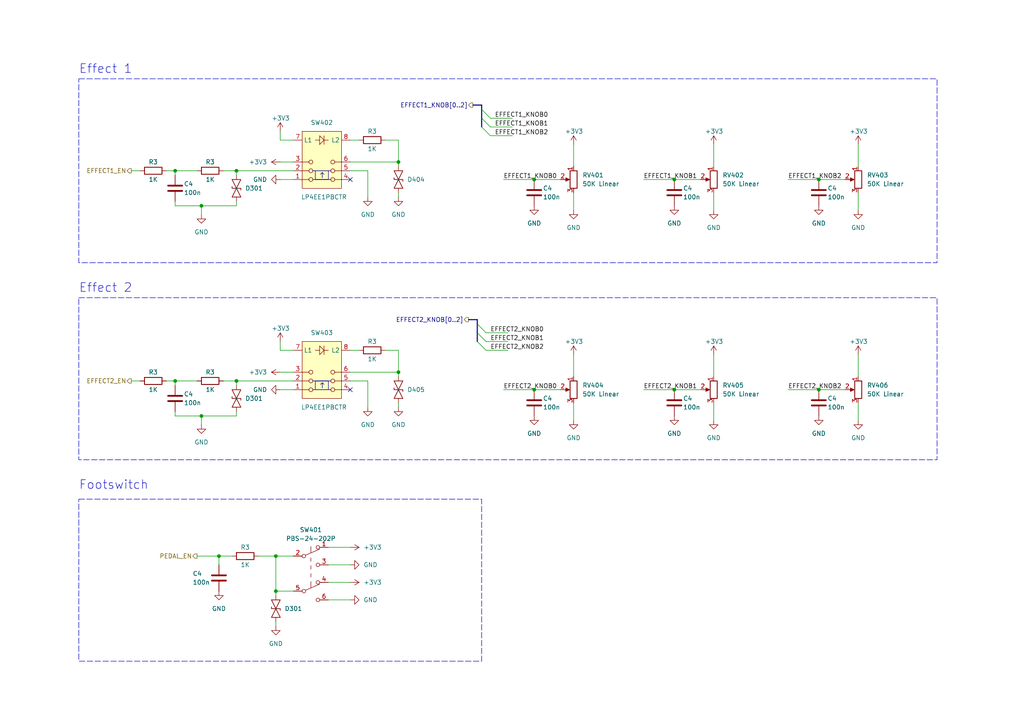
<source format=kicad_sch>
(kicad_sch (version 20230121) (generator eeschema)
  (paper "A4")
  (lib_symbols
    (symbol "Device:C" (pin_numbers hide) (pin_names (offset 0.254))
      (property "Reference" "C" (at 0.635 2.54 0))
      (property "Value" "C" (at 0.635 -2.54 0))
      (symbol "C_0_1"
        (polyline (pts (xy -2.032 -0.762) (xy 2.032 -0.762)) (stroke (width 0.508)))
        (polyline (pts (xy -2.032 0.762) (xy 2.032 0.762)) (stroke (width 0.508)))
      )
      (symbol "C_1_1"
        (pin passive line (at 0 3.81 270) (length 2.794) (name "~") (number "1"))
        (pin passive line (at 0 -3.81 90) (length 2.794) (name "~") (number "2"))
      )
    )
    (symbol "Device:R" (pin_numbers hide) (pin_names (offset 0))
      (property "Reference" "R" (at 2.032 0 90))
      (property "Value" "R" (at 0 0 90))
      (symbol "R_0_1"
        (rectangle (start -1.016 -2.54) (end 1.016 2.54) (stroke (width 0.254)))
      )
      (symbol "R_1_1"
        (pin passive line (at 0 3.81 270) (length 1.27) (name "~") (number "1"))
        (pin passive line (at 0 -3.81 90) (length 1.27) (name "~") (number "2"))
      )
    )
    (symbol "Device:R_Potentiometer" (pin_names (offset 1.016) hide)
      (property "Reference" "RV" (at -4.445 0 90))
      (property "Value" "R_Potentiometer" (at -2.54 0 90))
      (symbol "R_Potentiometer_0_1"
        (polyline (pts (xy 2.54 0) (xy 1.524 0)))
        (polyline (pts (xy 1.143 0) (xy 2.286 0.508) (xy 2.286 -0.508) (xy 1.143 0)) (fill (type outline)))
        (rectangle (start 1.016 2.54) (end -1.016 -2.54) (stroke (width 0.254)))
      )
      (symbol "R_Potentiometer_1_1"
        (pin passive line (at 0 3.81 270) (length 1.27) (name "1") (number "1"))
        (pin passive line (at 3.81 0 180) (length 1.27) (name "2") (number "2"))
        (pin passive line (at 0 -3.81 90) (length 1.27) (name "3") (number "3"))
      )
    )
    (symbol "Switch:SW_Push_DPDT" (pin_names (offset 0) hide)
      (property "Reference" "SW" (at 0 8.89 0))
      (property "Value" "SW_Push_DPDT" (at 0 -10.16 0))
      (symbol "SW_Push_DPDT_0_0"
        (circle (center -2.032 -5.08) (radius 0.508))
        (circle (center -2.032 5.08) (radius 0.508))
        (circle (center 2.032 -7.62) (radius 0.508))
        (circle (center 2.032 2.54) (radius 0.508))
      )
      (symbol "SW_Push_DPDT_0_1"
        (polyline (pts (xy -1.524 -4.826) (xy 2.54 -3.048)))
        (polyline (pts (xy -1.524 5.334) (xy 2.54 7.112)))
        (polyline (pts (xy 0 -2.286) (xy 0 -4.064)))
        (polyline (pts (xy 0 -1.016) (xy 0 0)))
        (polyline (pts (xy 0 1.27) (xy 0 2.286)))
        (polyline (pts (xy 0 3.556) (xy 0 4.572)))
        (polyline (pts (xy 0 7.874) (xy 0 6.096)))
        (circle (center 2.032 -2.54) (radius 0.508))
        (circle (center 2.032 7.62) (radius 0.508))
      )
      (symbol "SW_Push_DPDT_1_1"
        (pin passive line (at 5.08 7.62 180) (length 2.54) (name "A") (number "1"))
        (pin passive line (at -5.08 5.08 0) (length 2.54) (name "B") (number "2"))
        (pin passive line (at 5.08 2.54 180) (length 2.54) (name "C") (number "3"))
        (pin passive line (at 5.08 -2.54 180) (length 2.54) (name "A") (number "4"))
        (pin passive line (at -5.08 -5.08 0) (length 2.54) (name "B") (number "5"))
        (pin passive line (at 5.08 -7.62 180) (length 2.54) (name "C") (number "6"))
      )
    )
    (symbol "pedal-components:LP4EE1PBCTR"
      (property "Reference" "SW" (at 11.43 6.35 0))
      (symbol "LP4EE1PBCTR_0_0"
        (pin passive line (at -5.08 8.89 270) (length 2.54) (name "") (number "1"))
        (pin passive line (at -2.54 8.89 270) (length 2.54) (name "") (number "2"))
        (pin passive line (at 0 8.89 270) (length 2.54) (name "") (number "3"))
        (pin passive line (at -5.08 -7.62 90) (length 2.54) (name "") (number "4"))
        (pin passive line (at -2.54 -7.62 90) (length 2.54) (name "") (number "5"))
        (pin passive line (at 0 -7.62 90) (length 2.54) (name "") (number "6"))
        (pin passive line (at 6.35 -7.62 90) (length 2.54) (name "L2") (number "8"))
      )
      (symbol "LP4EE1PBCTR_0_1"
        (circle (center -5.08 -2.54) (radius 0.568))
        (circle (center -5.08 3.81) (radius 0.568))
        (circle (center -2.54 -2.54) (radius 0.568))
        (circle (center -2.54 3.81) (radius 0.568))
        (circle (center 0 -2.54) (radius 0.568))
        (polyline (pts (xy -5.08 -3.048) (xy -5.08 -5.08)))
        (polyline (pts (xy -5.08 4.318) (xy -5.08 6.35)))
        (polyline (pts (xy -2.54 -3.048) (xy -2.54 -5.08)))
        (polyline (pts (xy -2.54 4.318) (xy -2.54 6.35)))
        (polyline (pts (xy 0 -3.048) (xy 0 -5.08)))
        (polyline (pts (xy 0 4.318) (xy 0 6.35)))
        (polyline (pts (xy 5.08 0) (xy 7.62 0)))
        (polyline (pts (xy 6.35 0) (xy 6.35 -1.27)))
        (polyline (pts (xy 6.35 2.54) (xy 6.35 1.27)))
        (polyline (pts (xy 5.08 1.27) (xy 6.35 0) (xy 7.62 1.27) (xy 5.08 1.27)))
        (circle (center 0 3.81) (radius 0.568))
      )
      (symbol "LP4EE1PBCTR_1_0"
        (pin passive line (at 6.35 8.89 270) (length 2.54) (name "L1") (number "7"))
      )
      (symbol "LP4EE1PBCTR_1_1"
        (rectangle (start -7.62 6.35) (end 8.89 -5.08) (fill (type background)))
        (rectangle (start -5.08 2.54) (end -2.54 -1.27) (stroke (width 0) (color 0 0 194 1)))
        (polyline (pts (xy -5.08 3.302) (xy -5.08 -2.032)) (stroke (width 0) (color 0 0 132 1)))
        (polyline (pts (xy -3.048 0.508) (xy -3.556 1.016)) (stroke (width 0) (color 0 0 132 1)))
        (polyline (pts (xy -2.54 3.302) (xy -2.54 -2.032)) (stroke (width 0) (color 0 0 132 1)))
        (polyline (pts (xy -4.572 0.508) (xy -3.048 0.508) (xy -3.556 0)) (stroke (width 0) (color 0 0 132 1)))
      )
    )
    (symbol "pedal-components:PESD3V3L1BA"
      (property "Reference" "D" (at -1.27 2.54 0))
      (symbol "PESD3V3L1BA_0_1"
        (polyline (pts (xy -2.54 0) (xy -3.81 0)))
        (polyline (pts (xy 2.54 0) (xy 3.81 0)))
        (polyline (pts (xy -2.54 -1.27) (xy 0 0) (xy -2.54 1.27) (xy -2.54 -1.27)) (stroke (width 0.2032)))
        (polyline (pts (xy 0.508 1.27) (xy 0 1.27) (xy 0 -1.27) (xy -0.508 -1.27)) (stroke (width 0.2032)))
        (polyline (pts (xy 2.54 1.27) (xy 2.54 -1.27) (xy 0 0) (xy 2.54 1.27)) (stroke (width 0.2032)))
      )
      (symbol "PESD3V3L1BA_1_1"
        (pin passive line (at -3.81 0 0) (length 2.54) hide (name "A1") (number "1"))
        (pin passive line (at 3.81 0 180) (length 2.54) hide (name "A2") (number "2"))
      )
    )
    (symbol "power:+3V3" (power) (pin_names (offset 0))
      (property "Value" "+3V3" (at 0 3.556 0))
      (symbol "+3V3_0_1"
        (polyline (pts (xy -0.762 1.27) (xy 0 2.54)))
        (polyline (pts (xy 0 0) (xy 0 2.54)))
        (polyline (pts (xy 0 2.54) (xy 0.762 1.27)))
      )
      (symbol "+3V3_1_1"
        (pin power_in line (at 0 0 90) (length 0) hide (name "+3V3") (number "1"))
      )
    )
    (symbol "power:GND" (power) (pin_names (offset 0))
      (property "Value" "GND" (at 0 -3.81 0))
      (symbol "GND_0_1"
        (polyline (pts (xy 0 0) (xy 0 -1.27) (xy 1.27 -1.27) (xy 0 -2.54) (xy -1.27 -1.27) (xy 0 -1.27)))
      )
      (symbol "GND_1_1"
        (pin power_in line (at 0 0 270) (length 0) hide (name "GND") (number "1"))
      )
    )
  )
  (junction (at 154.94 113.03))
  (junction (at 50.8 49.53))
  (junction (at 68.58 49.53))
  (junction (at 115.57 46.99))
  (junction (at 63.5 161.29))
  (junction (at 58.42 59.69))
  (junction (at 195.58 52.07))
  (junction (at 80.01 171.45))
  (junction (at 80.01 161.29))
  (junction (at 58.42 120.65))
  (junction (at 50.8 110.49))
  (junction (at 115.57 107.95))
  (junction (at 195.58 113.03))
  (junction (at 154.94 52.07))
  (junction (at 237.49 52.07))
  (junction (at 237.49 113.03))
  (junction (at 68.58 110.49))
  (no_connect (at 101.6 113.03))
  (no_connect (at 101.6 52.07))
  (bus_entry (at 138.43 99.06) (size 2.54 2.54))
  (bus_entry (at 139.7 36.83) (size 2.54 2.54))
  (bus_entry (at 139.7 31.75) (size 2.54 2.54))
  (bus_entry (at 138.43 96.52) (size 2.54 2.54))
  (bus_entry (at 139.7 34.29) (size 2.54 2.54))
  (bus_entry (at 138.43 93.98) (size 2.54 2.54))
  (wire (pts (xy 248.92 41.91) (xy 248.92 48.26)))
  (wire (pts (xy 58.42 62.23) (xy 58.42 59.69)))
  (wire (pts (xy 80.01 172.72) (xy 80.01 171.45)))
  (wire (pts (xy 140.97 99.06) (xy 147.32 99.06)))
  (wire (pts (xy 58.42 59.69) (xy 68.58 59.69)))
  (wire (pts (xy 85.09 171.45) (xy 80.01 171.45)))
  (wire (pts (xy 166.37 116.84) (xy 166.37 121.92)))
  (wire (pts (xy 50.8 49.53) (xy 50.8 50.8)))
  (bus (pts (xy 139.7 30.48) (xy 139.7 31.75)))
  (wire (pts (xy 106.68 110.49) (xy 101.6 110.49)))
  (wire (pts (xy 186.69 113.03) (xy 195.58 113.03)))
  (wire (pts (xy 101.6 101.6) (xy 104.14 101.6)))
  (wire (pts (xy 68.58 119.38) (xy 68.58 120.65)))
  (wire (pts (xy 80.01 180.34) (xy 80.01 181.61)))
  (wire (pts (xy 68.58 110.49) (xy 85.09 110.49)))
  (wire (pts (xy 63.5 161.29) (xy 67.31 161.29)))
  (wire (pts (xy 237.49 52.07) (xy 245.11 52.07)))
  (wire (pts (xy 80.01 161.29) (xy 85.09 161.29)))
  (wire (pts (xy 146.05 52.07) (xy 154.94 52.07)))
  (wire (pts (xy 68.58 120.65) (xy 58.42 120.65)))
  (wire (pts (xy 146.05 113.03) (xy 154.94 113.03)))
  (wire (pts (xy 81.28 107.95) (xy 85.09 107.95)))
  (wire (pts (xy 81.28 52.07) (xy 85.09 52.07)))
  (wire (pts (xy 207.01 55.88) (xy 207.01 60.96)))
  (wire (pts (xy 101.6 107.95) (xy 115.57 107.95)))
  (wire (pts (xy 81.28 101.6) (xy 81.28 99.06)))
  (wire (pts (xy 85.09 101.6) (xy 81.28 101.6)))
  (bus (pts (xy 139.7 31.75) (xy 139.7 34.29)))
  (wire (pts (xy 140.97 96.52) (xy 147.32 96.52)))
  (wire (pts (xy 80.01 171.45) (xy 80.01 161.29)))
  (wire (pts (xy 50.8 58.42) (xy 50.8 59.69)))
  (wire (pts (xy 186.69 52.07) (xy 195.58 52.07)))
  (wire (pts (xy 207.01 116.84) (xy 207.01 121.92)))
  (wire (pts (xy 228.6 52.07) (xy 237.49 52.07)))
  (wire (pts (xy 106.68 57.15) (xy 106.68 49.53)))
  (wire (pts (xy 142.24 36.83) (xy 148.59 36.83)))
  (wire (pts (xy 248.92 55.88) (xy 248.92 60.96)))
  (wire (pts (xy 101.6 168.91) (xy 95.25 168.91)))
  (wire (pts (xy 166.37 102.87) (xy 166.37 109.22)))
  (bus (pts (xy 138.43 92.71) (xy 138.43 93.98)))
  (bus (pts (xy 138.43 96.52) (xy 138.43 99.06)))
  (wire (pts (xy 115.57 48.26) (xy 115.57 46.99)))
  (wire (pts (xy 195.58 52.07) (xy 203.2 52.07)))
  (wire (pts (xy 115.57 109.22) (xy 115.57 107.95)))
  (wire (pts (xy 63.5 161.29) (xy 63.5 163.83)))
  (wire (pts (xy 68.58 49.53) (xy 68.58 50.8)))
  (wire (pts (xy 101.6 40.64) (xy 104.14 40.64)))
  (wire (pts (xy 50.8 59.69) (xy 58.42 59.69)))
  (wire (pts (xy 38.1 110.49) (xy 40.64 110.49)))
  (wire (pts (xy 115.57 118.11) (xy 115.57 116.84)))
  (wire (pts (xy 50.8 120.65) (xy 58.42 120.65)))
  (wire (pts (xy 81.28 40.64) (xy 81.28 38.1)))
  (wire (pts (xy 68.58 49.53) (xy 85.09 49.53)))
  (wire (pts (xy 228.6 113.03) (xy 237.49 113.03)))
  (wire (pts (xy 101.6 158.75) (xy 95.25 158.75)))
  (wire (pts (xy 207.01 102.87) (xy 207.01 109.22)))
  (wire (pts (xy 74.93 161.29) (xy 80.01 161.29)))
  (wire (pts (xy 50.8 49.53) (xy 57.15 49.53)))
  (bus (pts (xy 135.89 92.71) (xy 138.43 92.71)))
  (wire (pts (xy 106.68 118.11) (xy 106.68 110.49)))
  (wire (pts (xy 95.25 163.83) (xy 101.6 163.83)))
  (wire (pts (xy 115.57 40.64) (xy 115.57 46.99)))
  (bus (pts (xy 137.16 30.48) (xy 139.7 30.48)))
  (wire (pts (xy 50.8 110.49) (xy 50.8 111.76)))
  (wire (pts (xy 106.68 49.53) (xy 101.6 49.53)))
  (wire (pts (xy 195.58 113.03) (xy 203.2 113.03)))
  (bus (pts (xy 139.7 34.29) (xy 139.7 36.83)))
  (wire (pts (xy 81.28 113.03) (xy 85.09 113.03)))
  (wire (pts (xy 68.58 110.49) (xy 68.58 111.76)))
  (wire (pts (xy 50.8 110.49) (xy 57.15 110.49)))
  (wire (pts (xy 50.8 110.49) (xy 48.26 110.49)))
  (wire (pts (xy 115.57 57.15) (xy 115.57 55.88)))
  (wire (pts (xy 111.76 40.64) (xy 115.57 40.64)))
  (wire (pts (xy 142.24 34.29) (xy 148.59 34.29)))
  (wire (pts (xy 115.57 101.6) (xy 115.57 107.95)))
  (wire (pts (xy 142.24 39.37) (xy 148.59 39.37)))
  (wire (pts (xy 50.8 119.38) (xy 50.8 120.65)))
  (wire (pts (xy 154.94 52.07) (xy 162.56 52.07)))
  (wire (pts (xy 64.77 49.53) (xy 68.58 49.53)))
  (bus (pts (xy 138.43 93.98) (xy 138.43 96.52)))
  (wire (pts (xy 140.97 101.6) (xy 147.32 101.6)))
  (wire (pts (xy 58.42 123.19) (xy 58.42 120.65)))
  (wire (pts (xy 166.37 41.91) (xy 166.37 48.26)))
  (wire (pts (xy 57.15 161.29) (xy 63.5 161.29)))
  (wire (pts (xy 154.94 113.03) (xy 162.56 113.03)))
  (wire (pts (xy 101.6 46.99) (xy 115.57 46.99)))
  (wire (pts (xy 111.76 101.6) (xy 115.57 101.6)))
  (wire (pts (xy 207.01 41.91) (xy 207.01 48.26)))
  (wire (pts (xy 38.1 49.53) (xy 40.64 49.53)))
  (wire (pts (xy 95.25 173.99) (xy 101.6 173.99)))
  (wire (pts (xy 237.49 113.03) (xy 245.11 113.03)))
  (wire (pts (xy 50.8 49.53) (xy 48.26 49.53)))
  (wire (pts (xy 85.09 40.64) (xy 81.28 40.64)))
  (wire (pts (xy 248.92 116.84) (xy 248.92 121.92)))
  (wire (pts (xy 68.58 58.42) (xy 68.58 59.69)))
  (wire (pts (xy 64.77 110.49) (xy 68.58 110.49)))
  (wire (pts (xy 248.92 102.87) (xy 248.92 109.22)))
  (wire (pts (xy 81.28 46.99) (xy 85.09 46.99)))
  (wire (pts (xy 166.37 55.88) (xy 166.37 60.96)))
  (rectangle (start 22.86 144.78) (end 139.7 191.77) (stroke (width 0) (type dash)))
  (rectangle (start 22.86 22.86) (end 271.78 76.2) (stroke (width 0) (type dash)))
  (rectangle (start 22.86 86.36) (end 271.78 133.35) (stroke (width 0) (type dash)))
  (text "Effect 2" (at 22.86 85.09 0) (effects (font (size 2.54 2.54)) (justify left bottom)))
  (text "Footswitch" (at 22.86 142.24 0) (effects (font (size 2.54 2.54)) (justify left bottom)))
  (text "Effect 1" (at 22.86 21.59 0) (effects (font (size 2.54 2.54)) (justify left bottom)))
  (label "EFFECT2_KNOB0" (at 142.24 96.52 0))
  (label "EFFECT1_KNOB1" (at 186.69 52.07 0))
  (label "EFFECT2_KNOB1" (at 186.69 113.03 0))
  (label "EFFECT1_KNOB2" (at 228.6 52.07 0))
  (label "EFFECT1_KNOB1" (at 143.51 36.83 0))
  (label "EFFECT2_KNOB1" (at 142.24 99.06 0))
  (label "EFFECT2_KNOB0" (at 146.05 113.03 0))
  (label "EFFECT1_KNOB0" (at 143.51 34.29 0))
  (label "EFFECT1_KNOB2" (at 143.51 39.37 0))
  (label "EFFECT2_KNOB2" (at 228.6 113.03 0))
  (label "EFFECT1_KNOB0" (at 146.05 52.07 0))
  (label "EFFECT2_KNOB2" (at 142.24 101.6 0))
  (hierarchical_label "EFFECT2_EN" (shape output) (at 38.1 110.49 180))
  (hierarchical_label "PEDAL_EN" (shape output) (at 57.15 161.29 180))
  (hierarchical_label "EFFECT1_KNOB[0..2]" (shape output) (at 137.16 30.48 180))
  (hierarchical_label "EFFECT1_EN" (shape output) (at 38.1 49.53 180))
  (hierarchical_label "EFFECT2_KNOB[0..2]" (shape output) (at 135.89 92.71 180))
  (symbol (lib_id "power:GND") (at 115.57 57.15 0) (unit 1)
    (property "Reference" "#PWR0417" (effects hide))
    (property "Value" "GND" (at 115.57 62.23 0))
  )
  (symbol (lib_id "power:GND") (at 81.28 113.03 270) (unit 1)
    (property "Reference" "#PWR0410" (effects hide))
    (property "Value" "GND" (at 77.47 113.03 90) (effects (justify right)))
  )
  (symbol (lib_id "power:+3V3") (at 81.28 46.99 90) (unit 1)
    (property "Reference" "#PWR0406" (effects hide))
    (property "Value" "+3V3" (at 77.47 46.99 90) (effects (justify left)))
  )
  (symbol (lib_id "Device:R_Potentiometer") (at 166.37 113.03 0) (mirror y) (unit 1)
    (property "Reference" "RV404" (at 168.91 111.76 0) (effects (justify right)))
    (property "Value" "50K Linear" (at 168.91 114.3 0) (effects (justify right)))
    (property "Footprint" "pedal-components:PTV09A-4030S-A503" (effects hide))
  )
  (symbol (lib_id "Device:C") (at 195.58 55.88 0) (unit 1)
    (property "Reference" "C4" (at 198.12 54.61 0) (effects (justify left)))
    (property "Value" "100n" (at 198.12 57.15 0) (effects (justify left)))
    (property "Footprint" "Capacitor_SMD:C_0805_2012Metric" (effects hide))
    (instances (project "guitar-pedal" (path "" (reference "C4") (unit 1)) (path "" (reference "C11") (unit 1)) (path "" (reference "C406") (unit 1))))
  )
  (symbol (lib_id "pedal-components:PESD3V3L1BA") (at 115.57 52.07 270) (unit 1)
    (property "Reference" "D404" (at 118.11 52.07 90) (effects (justify left)))
    (property "Value" "~" (at 115.57 52.07 0))
    (property "Footprint" "pedal-components:PESD3V3L1BA" (effects hide))
  )
  (symbol (lib_id "power:+3V3") (at 207.01 41.91 0) (unit 1)
    (property "Reference" "#PWR0427" (effects hide))
    (property "Value" "+3V3" (at 204.47 38.1 0) (effects (justify left)))
  )
  (symbol (lib_id "power:+3V3") (at 101.6 168.91 270) (unit 1)
    (property "Reference" "#PWR0413" (effects hide))
    (property "Value" "+3V3" (at 105.41 168.91 90) (effects (justify left)))
  )
  (symbol (lib_id "Device:C") (at 50.8 54.61 0) (unit 1)
    (property "Reference" "C4" (at 53.34 53.34 0) (effects (justify left)))
    (property "Value" "100n" (at 53.34 55.88 0) (effects (justify left)))
    (property "Footprint" "Capacitor_SMD:C_0805_2012Metric" (effects hide))
    (instances (project "guitar-pedal" (path "" (reference "C4") (unit 1)) (path "" (reference "C11") (unit 1)) (path "" (reference "C401") (unit 1))))
  )
  (symbol (lib_id "power:GND") (at 237.49 59.69 0) (unit 1)
    (property "Reference" "#PWR0431" (effects hide))
    (property "Value" "GND" (at 237.49 64.77 0))
  )
  (symbol (lib_id "Device:R") (at 60.96 49.53 90) (unit 1)
    (property "Reference" "R3" (at 60.96 46.99 90))
    (property "Value" "1K" (at 60.96 52.07 90))
    (property "Footprint" "Resistor_SMD:R_0805_2012Metric" (effects hide))
    (instances (project "guitar-pedal" (path "" (reference "R3") (unit 1)) (path "" (reference "R13") (unit 1)) (path "" (reference "R403") (unit 1))))
  )
  (symbol (lib_id "pedal-components:LP4EE1PBCTR") (at 93.98 46.99 90) (unit 1)
    (property "Reference" "SW402" (at 93.345 35.56 90))
    (property "Value" "LP4EE1PBCTR" (at 93.98 57.15 90))
    (property "Footprint" "pedal-components:LP4EE1PBCTR" (effects hide))
  )
  (symbol (lib_id "pedal-components:PESD3V3L1BA") (at 80.01 176.53 90) (unit 1)
    (property "Reference" "D301" (at 82.55 176.53 90) (effects (justify right)))
    (property "Value" "~" (at 80.01 176.53 0))
    (property "Footprint" "pedal-components:PESD3V3L1BA" (effects hide))
    (instances (project "guitar-pedal" (path "" (reference "D301") (unit 1)) (path "" (reference "D403") (unit 1))))
  )
  (symbol (lib_id "power:GND") (at 248.92 121.92 0) (unit 1)
    (property "Reference" "#PWR0436" (effects hide))
    (property "Value" "GND" (at 248.92 127 0))
  )
  (symbol (lib_id "Device:R_Potentiometer") (at 166.37 52.07 0) (mirror y) (unit 1)
    (property "Reference" "RV401" (at 168.91 50.8 0) (effects (justify right)))
    (property "Value" "50K Linear" (at 168.91 53.34 0) (effects (justify right)))
    (property "Footprint" "pedal-components:PTV09A-4030S-A503" (effects hide))
  )
  (symbol (lib_id "Device:R") (at 107.95 101.6 90) (unit 1)
    (property "Reference" "R3" (at 107.95 99.06 90))
    (property "Value" "1K" (at 107.95 104.14 90))
    (property "Footprint" "Resistor_SMD:R_0805_2012Metric" (effects hide))
    (instances (project "guitar-pedal" (path "" (reference "R3") (unit 1)) (path "" (reference "R13") (unit 1)) (path "" (reference "R407") (unit 1))))
  )
  (symbol (lib_id "power:GND") (at 154.94 59.69 0) (unit 1)
    (property "Reference" "#PWR0419" (effects hide))
    (property "Value" "GND" (at 154.94 64.77 0))
  )
  (symbol (lib_id "Switch:SW_Push_DPDT") (at 90.17 166.37 0) (unit 1)
    (property "Reference" "SW401" (at 90.17 153.67 0))
    (property "Value" "PBS-24-202P" (at 90.17 156.21 0))
    (property "Footprint" "pedal-components:FSW-DPDT-020" (effects hide))
  )
  (symbol (lib_id "Device:C") (at 237.49 116.84 0) (unit 1)
    (property "Reference" "C4" (at 240.03 115.57 0) (effects (justify left)))
    (property "Value" "100n" (at 240.03 118.11 0) (effects (justify left)))
    (property "Footprint" "Capacitor_SMD:C_0805_2012Metric" (effects hide))
    (instances (project "guitar-pedal" (path "" (reference "C4") (unit 1)) (path "" (reference "C11") (unit 1)) (path "" (reference "C409") (unit 1))))
  )
  (symbol (lib_id "power:GND") (at 58.42 123.19 0) (unit 1)
    (property "Reference" "#PWR0402" (effects hide))
    (property "Value" "GND" (at 58.42 128.27 0))
  )
  (symbol (lib_id "power:GND") (at 166.37 60.96 0) (unit 1)
    (property "Reference" "#PWR0422" (effects hide))
    (property "Value" "GND" (at 166.37 66.04 0))
  )
  (symbol (lib_id "pedal-components:PESD3V3L1BA") (at 68.58 115.57 90) (unit 1)
    (property "Reference" "D301" (at 71.12 115.57 90) (effects (justify right)))
    (property "Value" "~" (at 68.58 115.57 0))
    (property "Footprint" "pedal-components:PESD3V3L1BA" (effects hide))
    (instances (project "guitar-pedal" (path "" (reference "D301") (unit 1)) (path "" (reference "D402") (unit 1))))
  )
  (symbol (lib_id "power:+3V3") (at 81.28 107.95 90) (unit 1)
    (property "Reference" "#PWR0409" (effects hide))
    (property "Value" "+3V3" (at 77.47 107.95 90) (effects (justify left)))
  )
  (symbol (lib_id "power:+3V3") (at 166.37 102.87 0) (unit 1)
    (property "Reference" "#PWR0423" (effects hide))
    (property "Value" "+3V3" (at 163.83 99.06 0) (effects (justify left)))
  )
  (symbol (lib_id "Device:C") (at 50.8 115.57 0) (unit 1)
    (property "Reference" "C4" (at 53.34 114.3 0) (effects (justify left)))
    (property "Value" "100n" (at 53.34 116.84 0) (effects (justify left)))
    (property "Footprint" "Capacitor_SMD:C_0805_2012Metric" (effects hide))
    (instances (project "guitar-pedal" (path "" (reference "C4") (unit 1)) (path "" (reference "C11") (unit 1)) (path "" (reference "C402") (unit 1))))
  )
  (symbol (lib_id "Device:R") (at 44.45 49.53 90) (unit 1)
    (property "Reference" "R3" (at 44.45 46.99 90))
    (property "Value" "1K" (at 44.45 52.07 90))
    (property "Footprint" "Resistor_SMD:R_0805_2012Metric" (effects hide))
    (instances (project "guitar-pedal" (path "" (reference "R3") (unit 1)) (path "" (reference "R13") (unit 1)) (path "" (reference "R401") (unit 1))))
  )
  (symbol (lib_id "power:GND") (at 101.6 173.99 90) (unit 1)
    (property "Reference" "#PWR0414" (effects hide))
    (property "Value" "GND" (at 105.41 173.99 90) (effects (justify right)))
  )
  (symbol (lib_id "power:GND") (at 166.37 121.92 0) (unit 1)
    (property "Reference" "#PWR0424" (effects hide))
    (property "Value" "GND" (at 166.37 127 0))
  )
  (symbol (lib_id "power:GND") (at 106.68 118.11 0) (unit 1)
    (property "Reference" "#PWR0416" (effects hide))
    (property "Value" "GND" (at 106.68 123.19 0))
  )
  (symbol (lib_id "Device:R") (at 71.12 161.29 90) (unit 1)
    (property "Reference" "R3" (at 71.12 158.75 90))
    (property "Value" "1K" (at 71.12 163.83 90))
    (property "Footprint" "Resistor_SMD:R_0805_2012Metric" (effects hide))
    (instances (project "guitar-pedal" (path "" (reference "R3") (unit 1)) (path "" (reference "R13") (unit 1)) (path "" (reference "R405") (unit 1))))
  )
  (symbol (lib_id "power:+3V3") (at 101.6 158.75 270) (unit 1)
    (property "Reference" "#PWR0411" (effects hide))
    (property "Value" "+3V3" (at 105.41 158.75 90) (effects (justify left)))
  )
  (symbol (lib_id "power:GND") (at 154.94 120.65 0) (unit 1)
    (property "Reference" "#PWR0420" (effects hide))
    (property "Value" "GND" (at 154.94 125.73 0))
  )
  (symbol (lib_id "Device:R_Potentiometer") (at 248.92 113.03 0) (mirror y) (unit 1)
    (property "Reference" "RV406" (at 251.46 111.76 0) (effects (justify right)))
    (property "Value" "50K Linear" (at 251.46 114.3 0) (effects (justify right)))
    (property "Footprint" "pedal-components:PTV09A-4030S-A503" (effects hide))
  )
  (symbol (lib_id "Device:R") (at 60.96 110.49 90) (unit 1)
    (property "Reference" "R3" (at 60.96 107.95 90))
    (property "Value" "1K" (at 60.96 113.03 90))
    (property "Footprint" "Resistor_SMD:R_0805_2012Metric" (effects hide))
    (instances (project "guitar-pedal" (path "" (reference "R3") (unit 1)) (path "" (reference "R13") (unit 1)) (path "" (reference "R404") (unit 1))))
  )
  (symbol (lib_id "Device:C") (at 154.94 116.84 0) (unit 1)
    (property "Reference" "C4" (at 157.48 115.57 0) (effects (justify left)))
    (property "Value" "100n" (at 157.48 118.11 0) (effects (justify left)))
    (property "Footprint" "Capacitor_SMD:C_0805_2012Metric" (effects hide))
    (instances (project "guitar-pedal" (path "" (reference "C4") (unit 1)) (path "" (reference "C11") (unit 1)) (path "" (reference "C405") (unit 1))))
  )
  (symbol (lib_id "pedal-components:LP4EE1PBCTR") (at 93.98 107.95 90) (unit 1)
    (property "Reference" "SW403" (at 93.345 96.52 90))
    (property "Value" "LP4EE1PBCTR" (at 93.98 118.11 90))
    (property "Footprint" "pedal-components:LP4EE1PBCTR" (effects hide))
  )
  (symbol (lib_id "power:GND") (at 248.92 60.96 0) (unit 1)
    (property "Reference" "#PWR0434" (effects hide))
    (property "Value" "GND" (at 248.92 66.04 0))
  )
  (symbol (lib_id "power:GND") (at 63.5 171.45 0) (unit 1)
    (property "Reference" "#PWR0403" (effects hide))
    (property "Value" "GND" (at 63.5 176.53 0))
  )
  (symbol (lib_id "power:+3V3") (at 248.92 41.91 0) (unit 1)
    (property "Reference" "#PWR0433" (effects hide))
    (property "Value" "+3V3" (at 246.38 38.1 0) (effects (justify left)))
  )
  (symbol (lib_id "power:GND") (at 195.58 59.69 0) (unit 1)
    (property "Reference" "#PWR0425" (effects hide))
    (property "Value" "GND" (at 195.58 64.77 0))
  )
  (symbol (lib_id "Device:R_Potentiometer") (at 248.92 52.07 0) (mirror y) (unit 1)
    (property "Reference" "RV403" (at 251.46 50.8 0) (effects (justify right)))
    (property "Value" "50K Linear" (at 251.46 53.34 0) (effects (justify right)))
    (property "Footprint" "pedal-components:PTV09A-4030S-A503" (effects hide))
  )
  (symbol (lib_id "Device:R") (at 107.95 40.64 90) (unit 1)
    (property "Reference" "R3" (at 107.95 38.1 90))
    (property "Value" "1K" (at 107.95 43.18 90))
    (property "Footprint" "Resistor_SMD:R_0805_2012Metric" (effects hide))
    (instances (project "guitar-pedal" (path "" (reference "R3") (unit 1)) (path "" (reference "R13") (unit 1)) (path "" (reference "R406") (unit 1))))
  )
  (symbol (lib_id "power:+3V3") (at 248.92 102.87 0) (unit 1)
    (property "Reference" "#PWR0435" (effects hide))
    (property "Value" "+3V3" (at 246.38 99.06 0) (effects (justify left)))
  )
  (symbol (lib_id "Device:C") (at 237.49 55.88 0) (unit 1)
    (property "Reference" "C4" (at 240.03 54.61 0) (effects (justify left)))
    (property "Value" "100n" (at 240.03 57.15 0) (effects (justify left)))
    (property "Footprint" "Capacitor_SMD:C_0805_2012Metric" (effects hide))
    (instances (project "guitar-pedal" (path "" (reference "C4") (unit 1)) (path "" (reference "C11") (unit 1)) (path "" (reference "C408") (unit 1))))
  )
  (symbol (lib_id "power:GND") (at 195.58 120.65 0) (unit 1)
    (property "Reference" "#PWR0426" (effects hide))
    (property "Value" "GND" (at 195.58 125.73 0))
  )
  (symbol (lib_id "power:+3V3") (at 207.01 102.87 0) (unit 1)
    (property "Reference" "#PWR0429" (effects hide))
    (property "Value" "+3V3" (at 204.47 99.06 0) (effects (justify left)))
  )
  (symbol (lib_id "power:GND") (at 101.6 163.83 90) (unit 1)
    (property "Reference" "#PWR0412" (effects hide))
    (property "Value" "GND" (at 105.41 163.83 90) (effects (justify right)))
  )
  (symbol (lib_id "power:GND") (at 207.01 121.92 0) (unit 1)
    (property "Reference" "#PWR0430" (effects hide))
    (property "Value" "GND" (at 207.01 127 0))
  )
  (symbol (lib_id "Device:R_Potentiometer") (at 207.01 52.07 0) (mirror y) (unit 1)
    (property "Reference" "RV402" (at 209.55 50.8 0) (effects (justify right)))
    (property "Value" "50K Linear" (at 209.55 53.34 0) (effects (justify right)))
    (property "Footprint" "pedal-components:PTV09A-4030S-A503" (effects hide))
  )
  (symbol (lib_id "power:GND") (at 207.01 60.96 0) (unit 1)
    (property "Reference" "#PWR0428" (effects hide))
    (property "Value" "GND" (at 207.01 66.04 0))
  )
  (symbol (lib_id "Device:C") (at 154.94 55.88 0) (unit 1)
    (property "Reference" "C4" (at 157.48 54.61 0) (effects (justify left)))
    (property "Value" "100n" (at 157.48 57.15 0) (effects (justify left)))
    (property "Footprint" "Capacitor_SMD:C_0805_2012Metric" (effects hide))
    (instances (project "guitar-pedal" (path "" (reference "C4") (unit 1)) (path "" (reference "C11") (unit 1)) (path "" (reference "C404") (unit 1))))
  )
  (symbol (lib_id "power:GND") (at 81.28 52.07 270) (unit 1)
    (property "Reference" "#PWR0407" (effects hide))
    (property "Value" "GND" (at 77.47 52.07 90) (effects (justify right)))
  )
  (symbol (lib_id "pedal-components:PESD3V3L1BA") (at 115.57 113.03 270) (unit 1)
    (property "Reference" "D405" (at 118.11 113.03 90) (effects (justify left)))
    (property "Value" "~" (at 115.57 113.03 0))
    (property "Footprint" "pedal-components:PESD3V3L1BA" (effects hide))
  )
  (symbol (lib_id "power:+3V3") (at 81.28 99.06 0) (unit 1)
    (property "Reference" "#PWR0408" (effects hide))
    (property "Value" "+3V3" (at 78.74 95.25 0) (effects (justify left)))
  )
  (symbol (lib_id "pedal-components:PESD3V3L1BA") (at 68.58 54.61 90) (unit 1)
    (property "Reference" "D301" (at 71.12 54.61 90) (effects (justify right)))
    (property "Value" "~" (at 68.58 54.61 0))
    (property "Footprint" "pedal-components:PESD3V3L1BA" (effects hide))
    (instances (project "guitar-pedal" (path "" (reference "D301") (unit 1)) (path "" (reference "D401") (unit 1))))
  )
  (symbol (lib_id "power:GND") (at 237.49 120.65 0) (unit 1)
    (property "Reference" "#PWR0432" (effects hide))
    (property "Value" "GND" (at 237.49 125.73 0))
  )
  (symbol (lib_id "power:+3V3") (at 166.37 41.91 0) (unit 1)
    (property "Reference" "#PWR0421" (effects hide))
    (property "Value" "+3V3" (at 163.83 38.1 0) (effects (justify left)))
  )
  (symbol (lib_id "power:GND") (at 58.42 62.23 0) (unit 1)
    (property "Reference" "#PWR0401" (effects hide))
    (property "Value" "GND" (at 58.42 67.31 0))
  )
  (symbol (lib_id "power:GND") (at 106.68 57.15 0) (unit 1)
    (property "Reference" "#PWR0415" (effects hide))
    (property "Value" "GND" (at 106.68 62.23 0))
  )
  (symbol (lib_id "Device:R") (at 44.45 110.49 90) (unit 1)
    (property "Reference" "R3" (at 44.45 107.95 90))
    (property "Value" "1K" (at 44.45 113.03 90))
    (property "Footprint" "Resistor_SMD:R_0805_2012Metric" (effects hide))
    (instances (project "guitar-pedal" (path "" (reference "R3") (unit 1)) (path "" (reference "R13") (unit 1)) (path "" (reference "R402") (unit 1))))
  )
  (symbol (lib_id "power:GND") (at 115.57 118.11 0) (unit 1)
    (property "Reference" "#PWR0418" (effects hide))
    (property "Value" "GND" (at 115.57 123.19 0))
  )
  (symbol (lib_id "Device:R_Potentiometer") (at 207.01 113.03 0) (mirror y) (unit 1)
    (property "Reference" "RV405" (at 209.55 111.76 0) (effects (justify right)))
    (property "Value" "50K Linear" (at 209.55 114.3 0) (effects (justify right)))
    (property "Footprint" "pedal-components:PTV09A-4030S-A503" (effects hide))
  )
  (symbol (lib_id "Device:C") (at 63.5 167.64 0) (unit 1)
    (property "Reference" "C4" (at 55.88 166.37 0) (effects (justify left)))
    (property "Value" "100n" (at 55.88 168.91 0) (effects (justify left)))
    (property "Footprint" "Capacitor_SMD:C_0805_2012Metric" (effects hide))
    (instances (project "guitar-pedal" (path "" (reference "C4") (unit 1)) (path "" (reference "C11") (unit 1)) (path "" (reference "C403") (unit 1))))
  )
  (symbol (lib_id "power:+3V3") (at 81.28 38.1 0) (unit 1)
    (property "Reference" "#PWR0405" (effects hide))
    (property "Value" "+3V3" (at 78.74 34.29 0) (effects (justify left)))
  )
  (symbol (lib_id "Device:C") (at 195.58 116.84 0) (unit 1)
    (property "Reference" "C4" (at 198.12 115.57 0) (effects (justify left)))
    (property "Value" "100n" (at 198.12 118.11 0) (effects (justify left)))
    (property "Footprint" "Capacitor_SMD:C_0805_2012Metric" (effects hide))
    (instances (project "guitar-pedal" (path "" (reference "C4") (unit 1)) (path "" (reference "C11") (unit 1)) (path "" (reference "C407") (unit 1))))
  )
  (symbol (lib_id "power:GND") (at 80.01 181.61 0) (unit 1)
    (property "Reference" "#PWR0404" (effects hide))
    (property "Value" "GND" (at 80.01 186.69 0))
  )
)
</source>
